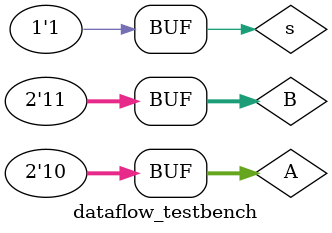
<source format=v>
`timescale 1ns / 1ps


module dataflow_testbench();

    reg[1:0] A;
    reg[1:0] B;
    reg [0:0] s;
    wire[1:0] Out;
    
dataflow test_sim(.A(A), .B(B), .S(s), .Out(Out));

initial begin

    A = 0; B = 0; s = 0;
    #10 A = 1;
    #10 B = 1;
    #10 A = 3; B = 0;
    #10 A = 2; B = 3;
    #10 s = 1;
    #10 A = 1;
    #10 B = 1;
    #10 A = 3; B = 0;
    #10 A = 2; B = 3;
    #20;
    
end

endmodule 


</source>
